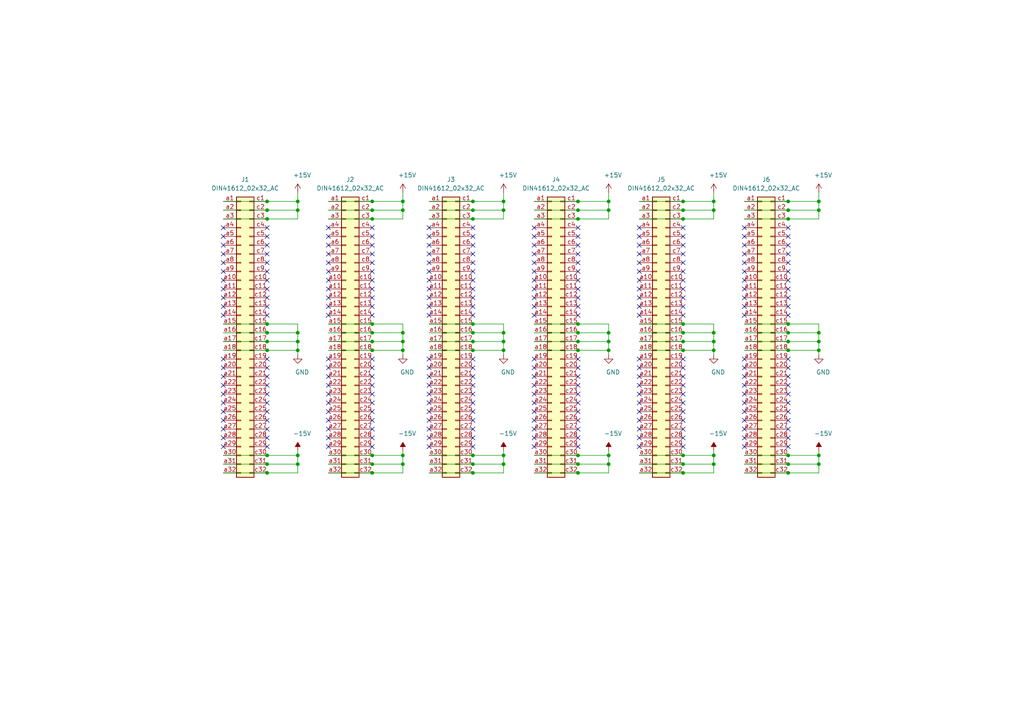
<source format=kicad_sch>
(kicad_sch (version 20230121) (generator eeschema)
  (paper "A4")
  (title_block (title "Fischer TFP DIN connector configuration") (date "2023-10-06") (rev "2.0.0") (comment 1 "Copyright (©) 2023, Patrick Baus <patrick.baus@physik.tu-darmstadt.de>") (comment 2 "Licensed under CERN OHL v.1.2"))
  (lib_symbols
    (symbol "Connector:DIN41612_02x32_AC" (pin_names (offset 1.016) hide)
      (property "Reference" "J" (at 1.27 40.64 0))
      (property "Value" "DIN41612_02x32_AC" (at 1.27 -43.18 0))
      (symbol "DIN41612_02x32_AC_1_1"
        (rectangle (start -1.27 -40.513) (end 0 -40.767) (stroke (width 0.1524)))
        (rectangle (start -1.27 -37.973) (end 0 -38.227) (stroke (width 0.1524)))
        (rectangle (start -1.27 -35.433) (end 0 -35.687) (stroke (width 0.1524)))
        (rectangle (start -1.27 -32.893) (end 0 -33.147) (stroke (width 0.1524)))
        (rectangle (start -1.27 -30.353) (end 0 -30.607) (stroke (width 0.1524)))
        (rectangle (start -1.27 -27.813) (end 0 -28.067) (stroke (width 0.1524)))
        (rectangle (start -1.27 -25.273) (end 0 -25.527) (stroke (width 0.1524)))
        (rectangle (start -1.27 -22.733) (end 0 -22.987) (stroke (width 0.1524)))
        (rectangle (start -1.27 -20.193) (end 0 -20.447) (stroke (width 0.1524)))
        (rectangle (start -1.27 -17.653) (end 0 -17.907) (stroke (width 0.1524)))
        (rectangle (start -1.27 -15.113) (end 0 -15.367) (stroke (width 0.1524)))
        (rectangle (start -1.27 -12.573) (end 0 -12.827) (stroke (width 0.1524)))
        (rectangle (start -1.27 -10.033) (end 0 -10.287) (stroke (width 0.1524)))
        (rectangle (start -1.27 -7.493) (end 0 -7.747) (stroke (width 0.1524)))
        (rectangle (start -1.27 -4.953) (end 0 -5.207) (stroke (width 0.1524)))
        (rectangle (start -1.27 -2.413) (end 0 -2.667) (stroke (width 0.1524)))
        (rectangle (start -1.27 0.127) (end 0 -0.127) (stroke (width 0.1524)))
        (rectangle (start -1.27 2.667) (end 0 2.413) (stroke (width 0.1524)))
        (rectangle (start -1.27 5.207) (end 0 4.953) (stroke (width 0.1524)))
        (rectangle (start -1.27 7.747) (end 0 7.493) (stroke (width 0.1524)))
        (rectangle (start -1.27 10.287) (end 0 10.033) (stroke (width 0.1524)))
        (rectangle (start -1.27 12.827) (end 0 12.573) (stroke (width 0.1524)))
        (rectangle (start -1.27 15.367) (end 0 15.113) (stroke (width 0.1524)))
        (rectangle (start -1.27 17.907) (end 0 17.653) (stroke (width 0.1524)))
        (rectangle (start -1.27 20.447) (end 0 20.193) (stroke (width 0.1524)))
        (rectangle (start -1.27 22.987) (end 0 22.733) (stroke (width 0.1524)))
        (rectangle (start -1.27 25.527) (end 0 25.273) (stroke (width 0.1524)))
        (rectangle (start -1.27 28.067) (end 0 27.813) (stroke (width 0.1524)))
        (rectangle (start -1.27 30.607) (end 0 30.353) (stroke (width 0.1524)))
        (rectangle (start -1.27 33.147) (end 0 32.893) (stroke (width 0.1524)))
        (rectangle (start -1.27 35.687) (end 0 35.433) (stroke (width 0.1524)))
        (rectangle (start -1.27 38.227) (end 0 37.973) (stroke (width 0.1524)))
        (rectangle (start -1.27 39.37) (end 3.81 -41.91) (stroke (width 0.254)) (fill (type background)))
        (rectangle (start 3.81 -40.513) (end 2.54 -40.767) (stroke (width 0.1524)))
        (rectangle (start 3.81 -37.973) (end 2.54 -38.227) (stroke (width 0.1524)))
        (rectangle (start 3.81 -35.433) (end 2.54 -35.687) (stroke (width 0.1524)))
        (rectangle (start 3.81 -32.893) (end 2.54 -33.147) (stroke (width 0.1524)))
        (rectangle (start 3.81 -30.353) (end 2.54 -30.607) (stroke (width 0.1524)))
        (rectangle (start 3.81 -27.813) (end 2.54 -28.067) (stroke (width 0.1524)))
        (rectangle (start 3.81 -25.273) (end 2.54 -25.527) (stroke (width 0.1524)))
        (rectangle (start 3.81 -22.733) (end 2.54 -22.987) (stroke (width 0.1524)))
        (rectangle (start 3.81 -20.193) (end 2.54 -20.447) (stroke (width 0.1524)))
        (rectangle (start 3.81 -17.653) (end 2.54 -17.907) (stroke (width 0.1524)))
        (rectangle (start 3.81 -15.113) (end 2.54 -15.367) (stroke (width 0.1524)))
        (rectangle (start 3.81 -12.573) (end 2.54 -12.827) (stroke (width 0.1524)))
        (rectangle (start 3.81 -10.033) (end 2.54 -10.287) (stroke (width 0.1524)))
        (rectangle (start 3.81 -7.493) (end 2.54 -7.747) (stroke (width 0.1524)))
        (rectangle (start 3.81 -4.953) (end 2.54 -5.207) (stroke (width 0.1524)))
        (rectangle (start 3.81 -2.413) (end 2.54 -2.667) (stroke (width 0.1524)))
        (rectangle (start 3.81 0.127) (end 2.54 -0.127) (stroke (width 0.1524)))
        (rectangle (start 3.81 2.667) (end 2.54 2.413) (stroke (width 0.1524)))
        (rectangle (start 3.81 5.207) (end 2.54 4.953) (stroke (width 0.1524)))
        (rectangle (start 3.81 7.747) (end 2.54 7.493) (stroke (width 0.1524)))
        (rectangle (start 3.81 10.287) (end 2.54 10.033) (stroke (width 0.1524)))
        (rectangle (start 3.81 12.827) (end 2.54 12.573) (stroke (width 0.1524)))
        (rectangle (start 3.81 15.367) (end 2.54 15.113) (stroke (width 0.1524)))
        (rectangle (start 3.81 17.907) (end 2.54 17.653) (stroke (width 0.1524)))
        (rectangle (start 3.81 20.447) (end 2.54 20.193) (stroke (width 0.1524)))
        (rectangle (start 3.81 22.987) (end 2.54 22.733) (stroke (width 0.1524)))
        (rectangle (start 3.81 25.527) (end 2.54 25.273) (stroke (width 0.1524)))
        (rectangle (start 3.81 28.067) (end 2.54 27.813) (stroke (width 0.1524)))
        (rectangle (start 3.81 30.607) (end 2.54 30.353) (stroke (width 0.1524)))
        (rectangle (start 3.81 33.147) (end 2.54 32.893) (stroke (width 0.1524)))
        (rectangle (start 3.81 35.687) (end 2.54 35.433) (stroke (width 0.1524)))
        (rectangle (start 3.81 38.227) (end 2.54 37.973) (stroke (width 0.1524)))
        (pin passive line (at -5.08 38.1 0) (length 3.81) (name "Pin_a1") (number "a1"))
        (pin passive line (at -5.08 15.24 0) (length 3.81) (name "Pin_a10") (number "a10"))
        (pin passive line (at -5.08 12.7 0) (length 3.81) (name "Pin_a11") (number "a11"))
        (pin passive line (at -5.08 10.16 0) (length 3.81) (name "Pin_a12") (number "a12"))
        (pin passive line (at -5.08 7.62 0) (length 3.81) (name "Pin_a13") (number "a13"))
        (pin passive line (at -5.08 5.08 0) (length 3.81) (name "Pin_a14") (number "a14"))
        (pin passive line (at -5.08 2.54 0) (length 3.81) (name "Pin_a15") (number "a15"))
        (pin passive line (at -5.08 0 0) (length 3.81) (name "Pin_a16") (number "a16"))
        (pin passive line (at -5.08 -2.54 0) (length 3.81) (name "Pin_a17") (number "a17"))
        (pin passive line (at -5.08 -5.08 0) (length 3.81) (name "Pin_a18") (number "a18"))
        (pin passive line (at -5.08 -7.62 0) (length 3.81) (name "Pin_a19") (number "a19"))
        (pin passive line (at -5.08 35.56 0) (length 3.81) (name "Pin_a2") (number "a2"))
        (pin passive line (at -5.08 -10.16 0) (length 3.81) (name "Pin_a20") (number "a20"))
        (pin passive line (at -5.08 -12.7 0) (length 3.81) (name "Pin_a21") (number "a21"))
        (pin passive line (at -5.08 -15.24 0) (length 3.81) (name "Pin_a22") (number "a22"))
        (pin passive line (at -5.08 -17.78 0) (length 3.81) (name "Pin_a23") (number "a23"))
        (pin passive line (at -5.08 -20.32 0) (length 3.81) (name "Pin_a24") (number "a24"))
        (pin passive line (at -5.08 -22.86 0) (length 3.81) (name "Pin_a25") (number "a25"))
        (pin passive line (at -5.08 -25.4 0) (length 3.81) (name "Pin_a26") (number "a26"))
        (pin passive line (at -5.08 -27.94 0) (length 3.81) (name "Pin_a27") (number "a27"))
        (pin passive line (at -5.08 -30.48 0) (length 3.81) (name "Pin_a28") (number "a28"))
        (pin passive line (at -5.08 -33.02 0) (length 3.81) (name "Pin_a29") (number "a29"))
        (pin passive line (at -5.08 33.02 0) (length 3.81) (name "Pin_a3") (number "a3"))
        (pin passive line (at -5.08 -35.56 0) (length 3.81) (name "Pin_a30") (number "a30"))
        (pin passive line (at -5.08 -38.1 0) (length 3.81) (name "Pin_a31") (number "a31"))
        (pin passive line (at -5.08 -40.64 0) (length 3.81) (name "Pin_a32") (number "a32"))
        (pin passive line (at -5.08 30.48 0) (length 3.81) (name "Pin_a4") (number "a4"))
        (pin passive line (at -5.08 27.94 0) (length 3.81) (name "Pin_a5") (number "a5"))
        (pin passive line (at -5.08 25.4 0) (length 3.81) (name "Pin_a6") (number "a6"))
        (pin passive line (at -5.08 22.86 0) (length 3.81) (name "Pin_a7") (number "a7"))
        (pin passive line (at -5.08 20.32 0) (length 3.81) (name "Pin_a8") (number "a8"))
        (pin passive line (at -5.08 17.78 0) (length 3.81) (name "Pin_a9") (number "a9"))
        (pin passive line (at 7.62 38.1 180) (length 3.81) (name "Pin_c1") (number "c1"))
        (pin passive line (at 7.62 15.24 180) (length 3.81) (name "Pin_c10") (number "c10"))
        (pin passive line (at 7.62 12.7 180) (length 3.81) (name "Pin_c11") (number "c11"))
        (pin passive line (at 7.62 10.16 180) (length 3.81) (name "Pin_c12") (number "c12"))
        (pin passive line (at 7.62 7.62 180) (length 3.81) (name "Pin_c13") (number "c13"))
        (pin passive line (at 7.62 5.08 180) (length 3.81) (name "Pin_c14") (number "c14"))
        (pin passive line (at 7.62 2.54 180) (length 3.81) (name "Pin_c15") (number "c15"))
        (pin passive line (at 7.62 0 180) (length 3.81) (name "Pin_c16") (number "c16"))
        (pin passive line (at 7.62 -2.54 180) (length 3.81) (name "Pin_c17") (number "c17"))
        (pin passive line (at 7.62 -5.08 180) (length 3.81) (name "Pin_c18") (number "c18"))
        (pin passive line (at 7.62 -7.62 180) (length 3.81) (name "Pin_c19") (number "c19"))
        (pin passive line (at 7.62 35.56 180) (length 3.81) (name "Pin_c2") (number "c2"))
        (pin passive line (at 7.62 -10.16 180) (length 3.81) (name "Pin_c20") (number "c20"))
        (pin passive line (at 7.62 -12.7 180) (length 3.81) (name "Pin_c21") (number "c21"))
        (pin passive line (at 7.62 -15.24 180) (length 3.81) (name "Pin_c22") (number "c22"))
        (pin passive line (at 7.62 -17.78 180) (length 3.81) (name "Pin_c23") (number "c23"))
        (pin passive line (at 7.62 -20.32 180) (length 3.81) (name "Pin_c24") (number "c24"))
        (pin passive line (at 7.62 -22.86 180) (length 3.81) (name "Pin_c25") (number "c25"))
        (pin passive line (at 7.62 -25.4 180) (length 3.81) (name "Pin_c26") (number "c26"))
        (pin passive line (at 7.62 -27.94 180) (length 3.81) (name "Pin_c27") (number "c27"))
        (pin passive line (at 7.62 -30.48 180) (length 3.81) (name "Pin_c28") (number "c28"))
        (pin passive line (at 7.62 -33.02 180) (length 3.81) (name "Pin_c29") (number "c29"))
        (pin passive line (at 7.62 33.02 180) (length 3.81) (name "Pin_c3") (number "c3"))
        (pin passive line (at 7.62 -35.56 180) (length 3.81) (name "Pin_c30") (number "c30"))
        (pin passive line (at 7.62 -38.1 180) (length 3.81) (name "Pin_c31") (number "c31"))
        (pin passive line (at 7.62 -40.64 180) (length 3.81) (name "Pin_c32") (number "c32"))
        (pin passive line (at 7.62 30.48 180) (length 3.81) (name "Pin_c4") (number "c4"))
        (pin passive line (at 7.62 27.94 180) (length 3.81) (name "Pin_c5") (number "c5"))
        (pin passive line (at 7.62 25.4 180) (length 3.81) (name "Pin_c6") (number "c6"))
        (pin passive line (at 7.62 22.86 180) (length 3.81) (name "Pin_c7") (number "c7"))
        (pin passive line (at 7.62 20.32 180) (length 3.81) (name "Pin_c8") (number "c8"))
        (pin passive line (at 7.62 17.78 180) (length 3.81) (name "Pin_c9") (number "c9"))
      )
    )
    (symbol "power:+15V" (power) (pin_names (offset 0))
      (property "Value" "+15V" (at 0 3.556 0))
      (symbol "+15V_0_1"
        (polyline (pts (xy -0.762 1.27) (xy 0 2.54)))
        (polyline (pts (xy 0 0) (xy 0 2.54)))
        (polyline (pts (xy 0 2.54) (xy 0.762 1.27)))
      )
      (symbol "+15V_1_1"
        (pin power_in line (at 0 0 90) (length 0) hide (name "+15V") (number "1"))
      )
    )
    (symbol "power:-15V" (power) (pin_names (offset 0))
      (property "Value" "-15V" (at 0 3.81 0))
      (symbol "-15V_0_0"
        (pin power_in line (at 0 0 90) (length 0) hide (name "-15V") (number "1"))
      )
      (symbol "-15V_0_1"
        (polyline (pts (xy 0 0) (xy 0 1.27) (xy 0.762 1.27) (xy 0 2.54) (xy -0.762 1.27) (xy 0 1.27)) (fill (type outline)))
      )
    )
    (symbol "power:GND" (power) (pin_names (offset 0))
      (property "Value" "GND" (at 0 -3.81 0))
      (symbol "GND_0_1"
        (polyline (pts (xy 0 0) (xy 0 -1.27) (xy 1.27 -1.27) (xy 0 -2.54) (xy -1.27 -1.27) (xy 0 -1.27)))
      )
      (symbol "GND_1_1"
        (pin power_in line (at 0 0 270) (length 0) hide (name "GND") (number "1"))
      )
    )
  )
  (junction (at 228.6 63.5))
  (junction (at 107.95 99.06))
  (junction (at 107.95 132.08))
  (junction (at 107.95 63.5))
  (junction (at 167.64 93.98))
  (junction (at 176.53 132.08))
  (junction (at 198.12 60.96))
  (junction (at 107.95 96.52))
  (junction (at 167.64 137.16))
  (junction (at 146.05 101.6))
  (junction (at 146.05 134.62))
  (junction (at 116.84 96.52))
  (junction (at 116.84 132.08))
  (junction (at 146.05 58.42))
  (junction (at 77.47 63.5))
  (junction (at 86.36 134.62))
  (junction (at 198.12 93.98))
  (junction (at 237.49 96.52))
  (junction (at 237.49 101.6))
  (junction (at 228.6 134.62))
  (junction (at 207.01 134.62))
  (junction (at 86.36 96.52))
  (junction (at 167.64 58.42))
  (junction (at 176.53 134.62))
  (junction (at 176.53 58.42))
  (junction (at 146.05 96.52))
  (junction (at 116.84 60.96))
  (junction (at 77.47 96.52))
  (junction (at 207.01 96.52))
  (junction (at 77.47 137.16))
  (junction (at 207.01 60.96))
  (junction (at 86.36 58.42))
  (junction (at 228.6 93.98))
  (junction (at 116.84 134.62))
  (junction (at 107.95 58.42))
  (junction (at 137.16 137.16))
  (junction (at 77.47 134.62))
  (junction (at 137.16 93.98))
  (junction (at 86.36 60.96))
  (junction (at 77.47 101.6))
  (junction (at 146.05 60.96))
  (junction (at 167.64 132.08))
  (junction (at 167.64 96.52))
  (junction (at 77.47 58.42))
  (junction (at 198.12 96.52))
  (junction (at 137.16 99.06))
  (junction (at 167.64 134.62))
  (junction (at 176.53 96.52))
  (junction (at 86.36 99.06))
  (junction (at 116.84 58.42))
  (junction (at 167.64 99.06))
  (junction (at 207.01 99.06))
  (junction (at 137.16 101.6))
  (junction (at 237.49 132.08))
  (junction (at 228.6 137.16))
  (junction (at 107.95 60.96))
  (junction (at 228.6 101.6))
  (junction (at 198.12 58.42))
  (junction (at 107.95 137.16))
  (junction (at 198.12 99.06))
  (junction (at 167.64 101.6))
  (junction (at 207.01 101.6))
  (junction (at 137.16 60.96))
  (junction (at 86.36 101.6))
  (junction (at 107.95 93.98))
  (junction (at 237.49 99.06))
  (junction (at 137.16 134.62))
  (junction (at 228.6 132.08))
  (junction (at 237.49 58.42))
  (junction (at 237.49 60.96))
  (junction (at 137.16 63.5))
  (junction (at 137.16 132.08))
  (junction (at 167.64 60.96))
  (junction (at 237.49 134.62))
  (junction (at 137.16 58.42))
  (junction (at 176.53 101.6))
  (junction (at 137.16 96.52))
  (junction (at 228.6 60.96))
  (junction (at 207.01 132.08))
  (junction (at 77.47 93.98))
  (junction (at 167.64 63.5))
  (junction (at 198.12 137.16))
  (junction (at 198.12 132.08))
  (junction (at 198.12 101.6))
  (junction (at 228.6 58.42))
  (junction (at 77.47 99.06))
  (junction (at 146.05 132.08))
  (junction (at 176.53 99.06))
  (junction (at 116.84 99.06))
  (junction (at 207.01 58.42))
  (junction (at 107.95 101.6))
  (junction (at 146.05 99.06))
  (junction (at 176.53 60.96))
  (junction (at 77.47 132.08))
  (junction (at 198.12 134.62))
  (junction (at 86.36 132.08))
  (junction (at 198.12 63.5))
  (junction (at 107.95 134.62))
  (junction (at 228.6 99.06))
  (junction (at 228.6 96.52))
  (junction (at 116.84 101.6))
  (junction (at 77.47 60.96))
  (no_connect (at 64.77 88.9))
  (no_connect (at 137.16 88.9))
  (no_connect (at 64.77 109.22))
  (no_connect (at 167.64 81.28))
  (no_connect (at 124.46 111.76))
  (no_connect (at 167.64 71.12))
  (no_connect (at 64.77 111.76))
  (no_connect (at 77.47 109.22))
  (no_connect (at 228.6 73.66))
  (no_connect (at 64.77 68.58))
  (no_connect (at 77.47 68.58))
  (no_connect (at 107.95 129.54))
  (no_connect (at 77.47 71.12))
  (no_connect (at 64.77 81.28))
  (no_connect (at 137.16 81.28))
  (no_connect (at 137.16 121.92))
  (no_connect (at 215.9 66.04))
  (no_connect (at 228.6 106.68))
  (no_connect (at 64.77 121.92))
  (no_connect (at 167.64 129.54))
  (no_connect (at 215.9 119.38))
  (no_connect (at 185.42 83.82))
  (no_connect (at 154.94 104.14))
  (no_connect (at 107.95 76.2))
  (no_connect (at 95.25 119.38))
  (no_connect (at 185.42 109.22))
  (no_connect (at 198.12 88.9))
  (no_connect (at 154.94 71.12))
  (no_connect (at 107.95 116.84))
  (no_connect (at 77.47 83.82))
  (no_connect (at 137.16 119.38))
  (no_connect (at 185.42 127))
  (no_connect (at 64.77 76.2))
  (no_connect (at 107.95 71.12))
  (no_connect (at 185.42 106.68))
  (no_connect (at 137.16 78.74))
  (no_connect (at 95.25 68.58))
  (no_connect (at 154.94 114.3))
  (no_connect (at 95.25 66.04))
  (no_connect (at 198.12 83.82))
  (no_connect (at 167.64 116.84))
  (no_connect (at 215.9 127))
  (no_connect (at 228.6 129.54))
  (no_connect (at 198.12 129.54))
  (no_connect (at 124.46 114.3))
  (no_connect (at 215.9 68.58))
  (no_connect (at 95.25 91.44))
  (no_connect (at 95.25 114.3))
  (no_connect (at 228.6 91.44))
  (no_connect (at 64.77 78.74))
  (no_connect (at 215.9 86.36))
  (no_connect (at 185.42 81.28))
  (no_connect (at 167.64 111.76))
  (no_connect (at 77.47 86.36))
  (no_connect (at 77.47 91.44))
  (no_connect (at 95.25 88.9))
  (no_connect (at 107.95 86.36))
  (no_connect (at 107.95 81.28))
  (no_connect (at 198.12 73.66))
  (no_connect (at 228.6 83.82))
  (no_connect (at 95.25 81.28))
  (no_connect (at 167.64 106.68))
  (no_connect (at 95.25 106.68))
  (no_connect (at 228.6 124.46))
  (no_connect (at 124.46 71.12))
  (no_connect (at 137.16 86.36))
  (no_connect (at 228.6 119.38))
  (no_connect (at 64.77 114.3))
  (no_connect (at 77.47 81.28))
  (no_connect (at 198.12 119.38))
  (no_connect (at 198.12 121.92))
  (no_connect (at 77.47 76.2))
  (no_connect (at 215.9 109.22))
  (no_connect (at 137.16 66.04))
  (no_connect (at 198.12 114.3))
  (no_connect (at 77.47 111.76))
  (no_connect (at 107.95 109.22))
  (no_connect (at 95.25 78.74))
  (no_connect (at 154.94 88.9))
  (no_connect (at 185.42 71.12))
  (no_connect (at 95.25 73.66))
  (no_connect (at 124.46 121.92))
  (no_connect (at 107.95 114.3))
  (no_connect (at 124.46 127))
  (no_connect (at 77.47 119.38))
  (no_connect (at 198.12 104.14))
  (no_connect (at 154.94 111.76))
  (no_connect (at 137.16 71.12))
  (no_connect (at 167.64 76.2))
  (no_connect (at 107.95 91.44))
  (no_connect (at 185.42 76.2))
  (no_connect (at 124.46 119.38))
  (no_connect (at 185.42 119.38))
  (no_connect (at 64.77 129.54))
  (no_connect (at 167.64 104.14))
  (no_connect (at 137.16 116.84))
  (no_connect (at 107.95 104.14))
  (no_connect (at 124.46 124.46))
  (no_connect (at 154.94 106.68))
  (no_connect (at 107.95 106.68))
  (no_connect (at 198.12 109.22))
  (no_connect (at 167.64 114.3))
  (no_connect (at 124.46 104.14))
  (no_connect (at 137.16 106.68))
  (no_connect (at 167.64 109.22))
  (no_connect (at 185.42 104.14))
  (no_connect (at 95.25 124.46))
  (no_connect (at 185.42 124.46))
  (no_connect (at 95.25 71.12))
  (no_connect (at 228.6 76.2))
  (no_connect (at 167.64 86.36))
  (no_connect (at 124.46 116.84))
  (no_connect (at 198.12 68.58))
  (no_connect (at 64.77 116.84))
  (no_connect (at 137.16 127))
  (no_connect (at 185.42 73.66))
  (no_connect (at 95.25 104.14))
  (no_connect (at 154.94 68.58))
  (no_connect (at 107.95 68.58))
  (no_connect (at 228.6 71.12))
  (no_connect (at 64.77 106.68))
  (no_connect (at 64.77 71.12))
  (no_connect (at 77.47 114.3))
  (no_connect (at 107.95 119.38))
  (no_connect (at 167.64 78.74))
  (no_connect (at 124.46 88.9))
  (no_connect (at 198.12 66.04))
  (no_connect (at 167.64 83.82))
  (no_connect (at 77.47 88.9))
  (no_connect (at 215.9 106.68))
  (no_connect (at 95.25 76.2))
  (no_connect (at 64.77 73.66))
  (no_connect (at 167.64 91.44))
  (no_connect (at 228.6 78.74))
  (no_connect (at 198.12 106.68))
  (no_connect (at 215.9 71.12))
  (no_connect (at 154.94 76.2))
  (no_connect (at 137.16 104.14))
  (no_connect (at 124.46 106.68))
  (no_connect (at 154.94 109.22))
  (no_connect (at 77.47 116.84))
  (no_connect (at 77.47 73.66))
  (no_connect (at 95.25 83.82))
  (no_connect (at 167.64 119.38))
  (no_connect (at 77.47 124.46))
  (no_connect (at 198.12 78.74))
  (no_connect (at 154.94 127))
  (no_connect (at 137.16 83.82))
  (no_connect (at 95.25 121.92))
  (no_connect (at 124.46 66.04))
  (no_connect (at 215.9 114.3))
  (no_connect (at 137.16 114.3))
  (no_connect (at 95.25 109.22))
  (no_connect (at 167.64 68.58))
  (no_connect (at 95.25 111.76))
  (no_connect (at 64.77 127))
  (no_connect (at 64.77 119.38))
  (no_connect (at 77.47 129.54))
  (no_connect (at 124.46 78.74))
  (no_connect (at 124.46 91.44))
  (no_connect (at 215.9 129.54))
  (no_connect (at 154.94 129.54))
  (no_connect (at 77.47 66.04))
  (no_connect (at 107.95 88.9))
  (no_connect (at 185.42 121.92))
  (no_connect (at 137.16 109.22))
  (no_connect (at 124.46 129.54))
  (no_connect (at 137.16 76.2))
  (no_connect (at 95.25 86.36))
  (no_connect (at 215.9 76.2))
  (no_connect (at 215.9 81.28))
  (no_connect (at 124.46 81.28))
  (no_connect (at 185.42 129.54))
  (no_connect (at 215.9 124.46))
  (no_connect (at 107.95 66.04))
  (no_connect (at 95.25 116.84))
  (no_connect (at 167.64 66.04))
  (no_connect (at 124.46 109.22))
  (no_connect (at 198.12 86.36))
  (no_connect (at 137.16 68.58))
  (no_connect (at 215.9 104.14))
  (no_connect (at 154.94 66.04))
  (no_connect (at 215.9 83.82))
  (no_connect (at 185.42 114.3))
  (no_connect (at 215.9 73.66))
  (no_connect (at 107.95 78.74))
  (no_connect (at 124.46 76.2))
  (no_connect (at 107.95 83.82))
  (no_connect (at 215.9 121.92))
  (no_connect (at 107.95 73.66))
  (no_connect (at 185.42 116.84))
  (no_connect (at 77.47 127))
  (no_connect (at 215.9 88.9))
  (no_connect (at 124.46 86.36))
  (no_connect (at 167.64 88.9))
  (no_connect (at 228.6 111.76))
  (no_connect (at 154.94 73.66))
  (no_connect (at 77.47 121.92))
  (no_connect (at 185.42 78.74))
  (no_connect (at 167.64 73.66))
  (no_connect (at 95.25 129.54))
  (no_connect (at 77.47 78.74))
  (no_connect (at 228.6 127))
  (no_connect (at 95.25 127))
  (no_connect (at 154.94 116.84))
  (no_connect (at 154.94 119.38))
  (no_connect (at 64.77 83.82))
  (no_connect (at 215.9 78.74))
  (no_connect (at 77.47 104.14))
  (no_connect (at 185.42 91.44))
  (no_connect (at 137.16 111.76))
  (no_connect (at 64.77 104.14))
  (no_connect (at 215.9 91.44))
  (no_connect (at 198.12 116.84))
  (no_connect (at 124.46 68.58))
  (no_connect (at 228.6 68.58))
  (no_connect (at 185.42 66.04))
  (no_connect (at 185.42 68.58))
  (no_connect (at 137.16 124.46))
  (no_connect (at 77.47 106.68))
  (no_connect (at 167.64 121.92))
  (no_connect (at 137.16 129.54))
  (no_connect (at 154.94 124.46))
  (no_connect (at 167.64 124.46))
  (no_connect (at 215.9 116.84))
  (no_connect (at 154.94 81.28))
  (no_connect (at 228.6 109.22))
  (no_connect (at 228.6 88.9))
  (no_connect (at 198.12 81.28))
  (no_connect (at 185.42 111.76))
  (no_connect (at 198.12 91.44))
  (no_connect (at 228.6 114.3))
  (no_connect (at 154.94 91.44))
  (no_connect (at 228.6 121.92))
  (no_connect (at 64.77 86.36))
  (no_connect (at 228.6 104.14))
  (no_connect (at 228.6 81.28))
  (no_connect (at 137.16 73.66))
  (no_connect (at 64.77 91.44))
  (no_connect (at 64.77 66.04))
  (no_connect (at 64.77 124.46))
  (no_connect (at 154.94 121.92))
  (no_connect (at 228.6 116.84))
  (no_connect (at 198.12 76.2))
  (no_connect (at 107.95 111.76))
  (no_connect (at 124.46 83.82))
  (no_connect (at 137.16 91.44))
  (no_connect (at 198.12 71.12))
  (no_connect (at 228.6 86.36))
  (no_connect (at 185.42 88.9))
  (no_connect (at 154.94 86.36))
  (no_connect (at 198.12 127))
  (no_connect (at 185.42 86.36))
  (no_connect (at 167.64 127))
  (no_connect (at 228.6 66.04))
  (no_connect (at 154.94 78.74))
  (no_connect (at 215.9 111.76))
  (no_connect (at 124.46 73.66))
  (no_connect (at 198.12 111.76))
  (no_connect (at 107.95 121.92))
  (no_connect (at 154.94 83.82))
  (no_connect (at 107.95 124.46))
  (no_connect (at 107.95 127))
  (no_connect (at 198.12 124.46))
  (wire (pts (xy 146.05 130.81) (xy 146.05 132.08)))
  (wire (pts (xy 146.05 96.52) (xy 146.05 99.06)))
  (wire (pts (xy 137.16 60.96) (xy 146.05 60.96)))
  (wire (pts (xy 176.53 134.62) (xy 176.53 137.16)))
  (wire (pts (xy 185.42 60.96) (xy 198.12 60.96)))
  (wire (pts (xy 107.95 134.62) (xy 116.84 134.62)))
  (wire (pts (xy 176.53 60.96) (xy 176.53 63.5)))
  (wire (pts (xy 64.77 134.62) (xy 77.47 134.62)))
  (wire (pts (xy 124.46 137.16) (xy 137.16 137.16)))
  (wire (pts (xy 207.01 101.6) (xy 207.01 102.87)))
  (wire (pts (xy 237.49 60.96) (xy 237.49 63.5)))
  (wire (pts (xy 176.53 132.08) (xy 176.53 134.62)))
  (wire (pts (xy 146.05 93.98) (xy 146.05 96.52)))
  (wire (pts (xy 124.46 63.5) (xy 137.16 63.5)))
  (wire (pts (xy 215.9 63.5) (xy 228.6 63.5)))
  (wire (pts (xy 124.46 134.62) (xy 137.16 134.62)))
  (wire (pts (xy 207.01 130.81) (xy 207.01 132.08)))
  (wire (pts (xy 116.84 99.06) (xy 116.84 101.6)))
  (wire (pts (xy 64.77 58.42) (xy 77.47 58.42)))
  (wire (pts (xy 185.42 132.08) (xy 198.12 132.08)))
  (wire (pts (xy 95.25 99.06) (xy 107.95 99.06)))
  (wire (pts (xy 167.64 93.98) (xy 176.53 93.98)))
  (wire (pts (xy 137.16 134.62) (xy 146.05 134.62)))
  (wire (pts (xy 86.36 132.08) (xy 86.36 134.62)))
  (wire (pts (xy 228.6 101.6) (xy 237.49 101.6)))
  (wire (pts (xy 228.6 96.52) (xy 237.49 96.52)))
  (wire (pts (xy 154.94 101.6) (xy 167.64 101.6)))
  (wire (pts (xy 237.49 132.08) (xy 237.49 134.62)))
  (wire (pts (xy 215.9 93.98) (xy 228.6 93.98)))
  (wire (pts (xy 86.36 99.06) (xy 86.36 101.6)))
  (wire (pts (xy 167.64 137.16) (xy 176.53 137.16)))
  (wire (pts (xy 124.46 60.96) (xy 137.16 60.96)))
  (wire (pts (xy 64.77 137.16) (xy 77.47 137.16)))
  (wire (pts (xy 198.12 101.6) (xy 207.01 101.6)))
  (wire (pts (xy 124.46 99.06) (xy 137.16 99.06)))
  (wire (pts (xy 237.49 130.81) (xy 237.49 132.08)))
  (wire (pts (xy 137.16 132.08) (xy 146.05 132.08)))
  (wire (pts (xy 215.9 134.62) (xy 228.6 134.62)))
  (wire (pts (xy 176.53 96.52) (xy 176.53 99.06)))
  (wire (pts (xy 116.84 93.98) (xy 116.84 96.52)))
  (wire (pts (xy 198.12 58.42) (xy 207.01 58.42)))
  (wire (pts (xy 77.47 58.42) (xy 86.36 58.42)))
  (wire (pts (xy 95.25 132.08) (xy 107.95 132.08)))
  (wire (pts (xy 185.42 137.16) (xy 198.12 137.16)))
  (wire (pts (xy 237.49 93.98) (xy 237.49 96.52)))
  (wire (pts (xy 237.49 99.06) (xy 237.49 101.6)))
  (wire (pts (xy 154.94 63.5) (xy 167.64 63.5)))
  (wire (pts (xy 215.9 137.16) (xy 228.6 137.16)))
  (wire (pts (xy 64.77 63.5) (xy 77.47 63.5)))
  (wire (pts (xy 215.9 99.06) (xy 228.6 99.06)))
  (wire (pts (xy 167.64 58.42) (xy 176.53 58.42)))
  (wire (pts (xy 198.12 134.62) (xy 207.01 134.62)))
  (wire (pts (xy 77.47 132.08) (xy 86.36 132.08)))
  (wire (pts (xy 198.12 63.5) (xy 207.01 63.5)))
  (wire (pts (xy 185.42 63.5) (xy 198.12 63.5)))
  (wire (pts (xy 124.46 58.42) (xy 137.16 58.42)))
  (wire (pts (xy 237.49 96.52) (xy 237.49 99.06)))
  (wire (pts (xy 237.49 101.6) (xy 237.49 102.87)))
  (wire (pts (xy 228.6 58.42) (xy 237.49 58.42)))
  (wire (pts (xy 137.16 93.98) (xy 146.05 93.98)))
  (wire (pts (xy 198.12 60.96) (xy 207.01 60.96)))
  (wire (pts (xy 107.95 132.08) (xy 116.84 132.08)))
  (wire (pts (xy 64.77 101.6) (xy 77.47 101.6)))
  (wire (pts (xy 154.94 58.42) (xy 167.64 58.42)))
  (wire (pts (xy 95.25 63.5) (xy 107.95 63.5)))
  (wire (pts (xy 215.9 60.96) (xy 228.6 60.96)))
  (wire (pts (xy 116.84 132.08) (xy 116.84 134.62)))
  (wire (pts (xy 185.42 96.52) (xy 198.12 96.52)))
  (wire (pts (xy 116.84 134.62) (xy 116.84 137.16)))
  (wire (pts (xy 146.05 99.06) (xy 146.05 101.6)))
  (wire (pts (xy 77.47 99.06) (xy 86.36 99.06)))
  (wire (pts (xy 124.46 93.98) (xy 137.16 93.98)))
  (wire (pts (xy 167.64 96.52) (xy 176.53 96.52)))
  (wire (pts (xy 86.36 58.42) (xy 86.36 60.96)))
  (wire (pts (xy 146.05 60.96) (xy 146.05 63.5)))
  (wire (pts (xy 154.94 96.52) (xy 167.64 96.52)))
  (wire (pts (xy 237.49 134.62) (xy 237.49 137.16)))
  (wire (pts (xy 228.6 137.16) (xy 237.49 137.16)))
  (wire (pts (xy 77.47 93.98) (xy 86.36 93.98)))
  (wire (pts (xy 146.05 134.62) (xy 146.05 137.16)))
  (wire (pts (xy 116.84 60.96) (xy 116.84 63.5)))
  (wire (pts (xy 198.12 99.06) (xy 207.01 99.06)))
  (wire (pts (xy 215.9 96.52) (xy 228.6 96.52)))
  (wire (pts (xy 167.64 63.5) (xy 176.53 63.5)))
  (wire (pts (xy 228.6 60.96) (xy 237.49 60.96)))
  (wire (pts (xy 95.25 101.6) (xy 107.95 101.6)))
  (wire (pts (xy 116.84 130.81) (xy 116.84 132.08)))
  (wire (pts (xy 77.47 96.52) (xy 86.36 96.52)))
  (wire (pts (xy 215.9 58.42) (xy 228.6 58.42)))
  (wire (pts (xy 107.95 60.96) (xy 116.84 60.96)))
  (wire (pts (xy 185.42 134.62) (xy 198.12 134.62)))
  (wire (pts (xy 198.12 137.16) (xy 207.01 137.16)))
  (wire (pts (xy 207.01 96.52) (xy 207.01 99.06)))
  (wire (pts (xy 154.94 99.06) (xy 167.64 99.06)))
  (wire (pts (xy 64.77 132.08) (xy 77.47 132.08)))
  (wire (pts (xy 146.05 58.42) (xy 146.05 60.96)))
  (wire (pts (xy 95.25 93.98) (xy 107.95 93.98)))
  (wire (pts (xy 95.25 96.52) (xy 107.95 96.52)))
  (wire (pts (xy 77.47 60.96) (xy 86.36 60.96)))
  (wire (pts (xy 176.53 93.98) (xy 176.53 96.52)))
  (wire (pts (xy 176.53 130.81) (xy 176.53 132.08)))
  (wire (pts (xy 137.16 63.5) (xy 146.05 63.5)))
  (wire (pts (xy 95.25 60.96) (xy 107.95 60.96)))
  (wire (pts (xy 207.01 58.42) (xy 207.01 60.96)))
  (wire (pts (xy 95.25 137.16) (xy 107.95 137.16)))
  (wire (pts (xy 228.6 99.06) (xy 237.49 99.06)))
  (wire (pts (xy 107.95 93.98) (xy 116.84 93.98)))
  (wire (pts (xy 228.6 132.08) (xy 237.49 132.08)))
  (wire (pts (xy 167.64 134.62) (xy 176.53 134.62)))
  (wire (pts (xy 86.36 130.81) (xy 86.36 132.08)))
  (wire (pts (xy 107.95 137.16) (xy 116.84 137.16)))
  (wire (pts (xy 185.42 99.06) (xy 198.12 99.06)))
  (wire (pts (xy 137.16 58.42) (xy 146.05 58.42)))
  (wire (pts (xy 176.53 99.06) (xy 176.53 101.6)))
  (wire (pts (xy 185.42 101.6) (xy 198.12 101.6)))
  (wire (pts (xy 228.6 93.98) (xy 237.49 93.98)))
  (wire (pts (xy 146.05 132.08) (xy 146.05 134.62)))
  (wire (pts (xy 95.25 134.62) (xy 107.95 134.62)))
  (wire (pts (xy 237.49 58.42) (xy 237.49 60.96)))
  (wire (pts (xy 176.53 58.42) (xy 176.53 60.96)))
  (wire (pts (xy 137.16 101.6) (xy 146.05 101.6)))
  (wire (pts (xy 124.46 101.6) (xy 137.16 101.6)))
  (wire (pts (xy 86.36 134.62) (xy 86.36 137.16)))
  (wire (pts (xy 185.42 93.98) (xy 198.12 93.98)))
  (wire (pts (xy 116.84 55.88) (xy 116.84 58.42)))
  (wire (pts (xy 207.01 132.08) (xy 207.01 134.62)))
  (wire (pts (xy 228.6 63.5) (xy 237.49 63.5)))
  (wire (pts (xy 228.6 134.62) (xy 237.49 134.62)))
  (wire (pts (xy 77.47 134.62) (xy 86.36 134.62)))
  (wire (pts (xy 107.95 63.5) (xy 116.84 63.5)))
  (wire (pts (xy 124.46 132.08) (xy 137.16 132.08)))
  (wire (pts (xy 77.47 101.6) (xy 86.36 101.6)))
  (wire (pts (xy 207.01 60.96) (xy 207.01 63.5)))
  (wire (pts (xy 154.94 132.08) (xy 167.64 132.08)))
  (wire (pts (xy 137.16 96.52) (xy 146.05 96.52)))
  (wire (pts (xy 116.84 58.42) (xy 116.84 60.96)))
  (wire (pts (xy 207.01 93.98) (xy 207.01 96.52)))
  (wire (pts (xy 154.94 93.98) (xy 167.64 93.98)))
  (wire (pts (xy 64.77 60.96) (xy 77.47 60.96)))
  (wire (pts (xy 198.12 93.98) (xy 207.01 93.98)))
  (wire (pts (xy 146.05 55.88) (xy 146.05 58.42)))
  (wire (pts (xy 215.9 132.08) (xy 228.6 132.08)))
  (wire (pts (xy 86.36 93.98) (xy 86.36 96.52)))
  (wire (pts (xy 176.53 101.6) (xy 176.53 102.87)))
  (wire (pts (xy 86.36 55.88) (xy 86.36 58.42)))
  (wire (pts (xy 207.01 99.06) (xy 207.01 101.6)))
  (wire (pts (xy 167.64 132.08) (xy 176.53 132.08)))
  (wire (pts (xy 185.42 58.42) (xy 198.12 58.42)))
  (wire (pts (xy 154.94 134.62) (xy 167.64 134.62)))
  (wire (pts (xy 207.01 134.62) (xy 207.01 137.16)))
  (wire (pts (xy 64.77 96.52) (xy 77.47 96.52)))
  (wire (pts (xy 167.64 99.06) (xy 176.53 99.06)))
  (wire (pts (xy 64.77 93.98) (xy 77.47 93.98)))
  (wire (pts (xy 154.94 137.16) (xy 167.64 137.16)))
  (wire (pts (xy 86.36 101.6) (xy 86.36 102.87)))
  (wire (pts (xy 215.9 101.6) (xy 228.6 101.6)))
  (wire (pts (xy 176.53 55.88) (xy 176.53 58.42)))
  (wire (pts (xy 64.77 99.06) (xy 77.47 99.06)))
  (wire (pts (xy 154.94 60.96) (xy 167.64 60.96)))
  (wire (pts (xy 107.95 99.06) (xy 116.84 99.06)))
  (wire (pts (xy 107.95 101.6) (xy 116.84 101.6)))
  (wire (pts (xy 86.36 96.52) (xy 86.36 99.06)))
  (wire (pts (xy 116.84 101.6) (xy 116.84 102.87)))
  (wire (pts (xy 86.36 60.96) (xy 86.36 63.5)))
  (wire (pts (xy 198.12 132.08) (xy 207.01 132.08)))
  (wire (pts (xy 167.64 60.96) (xy 176.53 60.96)))
  (wire (pts (xy 116.84 96.52) (xy 116.84 99.06)))
  (wire (pts (xy 95.25 58.42) (xy 107.95 58.42)))
  (wire (pts (xy 137.16 137.16) (xy 146.05 137.16)))
  (wire (pts (xy 77.47 63.5) (xy 86.36 63.5)))
  (wire (pts (xy 237.49 55.88) (xy 237.49 58.42)))
  (wire (pts (xy 107.95 96.52) (xy 116.84 96.52)))
  (wire (pts (xy 124.46 96.52) (xy 137.16 96.52)))
  (wire (pts (xy 107.95 58.42) (xy 116.84 58.42)))
  (wire (pts (xy 167.64 101.6) (xy 176.53 101.6)))
  (wire (pts (xy 207.01 55.88) (xy 207.01 58.42)))
  (wire (pts (xy 146.05 101.6) (xy 146.05 102.87)))
  (wire (pts (xy 198.12 96.52) (xy 207.01 96.52)))
  (wire (pts (xy 137.16 99.06) (xy 146.05 99.06)))
  (wire (pts (xy 77.47 137.16) (xy 86.36 137.16)))
  (symbol (lib_id "Connector:DIN41612_02x32_AC") (at 160.02 96.52 0) (unit 1)
    (property "Reference" "J4" (at 161.29 52.07 0))
    (property "Value" "DIN41612_02x32_AC" (at 161.29 54.61 0))
    (property "Footprint" "Connector_DIN:DIN41612_C_2x32_Female_Vertical_THT" (effects hide))
    (property "Alternative" "Harting 09032646824" (effects hide))
    (property "MFN" "ept" (effects hide))
    (property "Note" "Use performance class 1 (500 mating cycles) or 2 (400 mating cycles), Pin length 2.9mm to 3.4 max" (effects hide))
    (property "PN" "304-40054-01" (effects hide))
    (property "Temperature" "Tstorage = –55 °C to 125 °C" (effects hide))
    (property "RoHS" "Yes" (effects hide))
    (property "Config" "-HBME,+TFP" (effects hide))
    (property "digikey#" "1195-1175-ND" (effects hide))
    (property "mouser#" "617-09-03-264-6825" (effects hide))
    (property "variant" "TFP" (effects hide))
    (instances (project "main" (path "" (reference "J4") (unit 1)) (path "" (reference "J8") (unit 1))))
  )
  (symbol (lib_id "power:GND") (at 116.84 102.87 0) (unit 1)
    (property "Reference" "#PWR02" (effects hide))
    (property "Value" "GND" (at 118.11 107.95 0))
    (instances (project "main" (path "" (reference "#PWR02") (unit 1)) (path "" (reference "#PWR049") (unit 1))))
  )
  (symbol (lib_id "power:GND") (at 176.53 102.87 0) (unit 1)
    (property "Reference" "#PWR08" (effects hide))
    (property "Value" "GND" (at 177.8 107.95 0))
    (instances (project "main" (path "" (reference "#PWR08") (unit 1)) (path "" (reference "#PWR055") (unit 1))))
  )
  (symbol (lib_id "Connector:DIN41612_02x32_AC") (at 69.85 96.52 0) (unit 1)
    (property "Reference" "J1" (at 71.12 52.07 0))
    (property "Value" "DIN41612_02x32_AC" (at 71.12 54.61 0))
    (property "Footprint" "Connector_DIN:DIN41612_C_2x32_Female_Vertical_THT" (effects hide))
    (property "Alternative" "Harting 09032646824" (effects hide))
    (property "MFN" "ept" (effects hide))
    (property "Note" "Use performance class 1 (500 mating cycles) or 2 (400 mating cycles), Pin length 2.9mm to 3.4 max" (effects hide))
    (property "PN" "304-40054-01" (effects hide))
    (property "Temperature" "Tstorage = –55 °C to 125 °C" (effects hide))
    (property "RoHS" "Yes" (effects hide))
    (property "Config" "-HBME,+TFP" (effects hide))
    (property "digikey#" "1195-1175-ND" (effects hide))
    (property "mouser#" "617-09-03-264-6825" (effects hide))
    (property "variant" "TFP" (effects hide))
    (instances (project "main" (path "" (reference "J1") (unit 1)) (path "" (reference "J2") (unit 1))))
  )
  (symbol (lib_id "power:+15V") (at 176.53 55.88 0) (unit 1)
    (property "Reference" "#PWR07" (effects hide))
    (property "Value" "+15V" (at 177.8 50.8 0))
    (instances (project "main" (path "" (reference "#PWR07") (unit 1)) (path "" (reference "#PWR054") (unit 1))))
  )
  (symbol (lib_id "power:GND") (at 207.01 102.87 0) (unit 1)
    (property "Reference" "#PWR011" (effects hide))
    (property "Value" "GND" (at 208.28 107.95 0))
    (instances (project "main" (path "" (reference "#PWR011") (unit 1)) (path "" (reference "#PWR058") (unit 1))))
  )
  (symbol (lib_id "power:-15V") (at 86.36 130.81 0) (unit 1)
    (property "Reference" "#PWR047" (effects hide))
    (property "Value" "-15V" (at 87.63 125.73 0))
    (instances (project "main" (path "" (reference "#PWR047") (unit 1)) (path "" (reference "#PWR018") (unit 1))))
  )
  (symbol (lib_id "Connector:DIN41612_02x32_AC") (at 190.5 96.52 0) (unit 1)
    (property "Reference" "J5" (at 191.77 52.07 0))
    (property "Value" "DIN41612_02x32_AC" (at 191.77 54.61 0))
    (property "Footprint" "Connector_DIN:DIN41612_C_2x32_Female_Vertical_THT" (effects hide))
    (property "Alternative" "Harting 09032646824" (effects hide))
    (property "MFN" "ept" (effects hide))
    (property "Note" "Use performance class 1 (500 mating cycles) or 2 (400 mating cycles), Pin length 2.9mm to 3.4 max" (effects hide))
    (property "PN" "304-40054-01" (effects hide))
    (property "Temperature" "Tstorage = –55 °C to 125 °C" (effects hide))
    (property "RoHS" "Yes" (effects hide))
    (property "Config" "-HBME,+TFP" (effects hide))
    (property "digikey#" "1195-1175-ND" (effects hide))
    (property "mouser#" "617-09-03-264-6825" (effects hide))
    (property "variant" "TFP" (effects hide))
    (instances (project "main" (path "" (reference "J5") (unit 1)) (path "" (reference "J10") (unit 1))))
  )
  (symbol (lib_id "power:GND") (at 86.36 102.87 0) (unit 1)
    (property "Reference" "#PWR032" (effects hide))
    (property "Value" "GND" (at 87.63 107.95 0))
    (instances (project "main" (path "" (reference "#PWR032") (unit 1)) (path "" (reference "#PWR017") (unit 1))))
  )
  (symbol (lib_id "power:-15V") (at 146.05 130.81 0) (unit 1)
    (property "Reference" "#PWR06" (effects hide))
    (property "Value" "-15V" (at 147.32 125.73 0))
    (instances (project "main" (path "" (reference "#PWR06") (unit 1)) (path "" (reference "#PWR053") (unit 1))))
  )
  (symbol (lib_id "power:-15V") (at 207.01 130.81 0) (unit 1)
    (property "Reference" "#PWR012" (effects hide))
    (property "Value" "-15V" (at 208.28 125.73 0))
    (instances (project "main" (path "" (reference "#PWR012") (unit 1)) (path "" (reference "#PWR059") (unit 1))))
  )
  (symbol (lib_id "power:+15V") (at 237.49 55.88 0) (unit 1)
    (property "Reference" "#PWR013" (effects hide))
    (property "Value" "+15V" (at 238.76 50.8 0))
    (instances (project "main" (path "" (reference "#PWR013") (unit 1)) (path "" (reference "#PWR060") (unit 1))))
  )
  (symbol (lib_id "Connector:DIN41612_02x32_AC") (at 220.98 96.52 0) (unit 1)
    (property "Reference" "J6" (at 222.25 52.07 0))
    (property "Value" "DIN41612_02x32_AC" (at 222.25 54.61 0))
    (property "Footprint" "Connector_DIN:DIN41612_C_2x32_Female_Vertical_THT" (effects hide))
    (property "Alternative" "Harting 09032646824" (effects hide))
    (property "MFN" "ept" (effects hide))
    (property "Note" "Use performance class 1 (500 mating cycles) or 2 (400 mating cycles), Pin length 2.9mm to 3.4 max" (effects hide))
    (property "PN" "304-40054-01" (effects hide))
    (property "Temperature" "Tstorage = –55 °C to 125 °C" (effects hide))
    (property "RoHS" "Yes" (effects hide))
    (property "Config" "-HBME,+TFP" (effects hide))
    (property "digikey#" "1195-1175-ND" (effects hide))
    (property "mouser#" "617-09-03-264-6825" (effects hide))
    (property "variant" "TFP" (effects hide))
    (instances (project "main" (path "" (reference "J6") (unit 1)) (path "" (reference "J12") (unit 1))))
  )
  (symbol (lib_id "power:-15V") (at 176.53 130.81 0) (unit 1)
    (property "Reference" "#PWR09" (effects hide))
    (property "Value" "-15V" (at 177.8 125.73 0))
    (instances (project "main" (path "" (reference "#PWR09") (unit 1)) (path "" (reference "#PWR056") (unit 1))))
  )
  (symbol (lib_id "power:-15V") (at 116.84 130.81 0) (unit 1)
    (property "Reference" "#PWR03" (effects hide))
    (property "Value" "-15V" (at 118.11 125.73 0))
    (instances (project "main" (path "" (reference "#PWR03") (unit 1)) (path "" (reference "#PWR050") (unit 1))))
  )
  (symbol (lib_id "Connector:DIN41612_02x32_AC") (at 100.33 96.52 0) (unit 1)
    (property "Reference" "J2" (at 101.6 52.07 0))
    (property "Value" "DIN41612_02x32_AC" (at 101.6 54.61 0))
    (property "Footprint" "Connector_DIN:DIN41612_C_2x32_Female_Vertical_THT" (effects hide))
    (property "Alternative" "Harting 09032646824" (effects hide))
    (property "MFN" "ept" (effects hide))
    (property "Note" "Use performance class 1 (500 mating cycles) or 2 (400 mating cycles), Pin length 2.9mm to 3.4 max" (effects hide))
    (property "PN" "304-40054-01" (effects hide))
    (property "Temperature" "Tstorage = –55 °C to 125 °C" (effects hide))
    (property "RoHS" "Yes" (effects hide))
    (property "Config" "-HBME,+TFP" (effects hide))
    (property "digikey#" "1195-1175-ND" (effects hide))
    (property "mouser#" "617-09-03-264-6825" (effects hide))
    (property "variant" "TFP" (effects hide))
    (instances (project "main" (path "" (reference "J2") (unit 1)) (path "" (reference "J4") (unit 1))))
  )
  (symbol (lib_id "power:+15V") (at 207.01 55.88 0) (unit 1)
    (property "Reference" "#PWR010" (effects hide))
    (property "Value" "+15V" (at 208.28 50.8 0))
    (instances (project "main" (path "" (reference "#PWR010") (unit 1)) (path "" (reference "#PWR057") (unit 1))))
  )
  (symbol (lib_id "power:GND") (at 237.49 102.87 0) (unit 1)
    (property "Reference" "#PWR014" (effects hide))
    (property "Value" "GND" (at 238.76 107.95 0))
    (instances (project "main" (path "" (reference "#PWR014") (unit 1)) (path "" (reference "#PWR061") (unit 1))))
  )
  (symbol (lib_id "power:+15V") (at 146.05 55.88 0) (unit 1)
    (property "Reference" "#PWR04" (effects hide))
    (property "Value" "+15V" (at 147.32 50.8 0))
    (instances (project "main" (path "" (reference "#PWR04") (unit 1)) (path "" (reference "#PWR051") (unit 1))))
  )
  (symbol (lib_id "power:GND") (at 146.05 102.87 0) (unit 1)
    (property "Reference" "#PWR05" (effects hide))
    (property "Value" "GND" (at 147.32 107.95 0))
    (instances (project "main" (path "" (reference "#PWR05") (unit 1)) (path "" (reference "#PWR052") (unit 1))))
  )
  (symbol (lib_id "power:+15V") (at 86.36 55.88 0) (unit 1)
    (property "Reference" "#PWR029" (effects hide))
    (property "Value" "+15V" (at 87.63 50.8 0))
    (instances (project "main" (path "" (reference "#PWR029") (unit 1)) (path "" (reference "#PWR016") (unit 1))))
  )
  (symbol (lib_id "power:-15V") (at 237.49 130.81 0) (unit 1)
    (property "Reference" "#PWR015" (effects hide))
    (property "Value" "-15V" (at 238.76 125.73 0))
    (instances (project "main" (path "" (reference "#PWR015") (unit 1)) (path "" (reference "#PWR062") (unit 1))))
  )
  (symbol (lib_id "Connector:DIN41612_02x32_AC") (at 129.54 96.52 0) (unit 1)
    (property "Reference" "J3" (at 130.81 52.07 0))
    (property "Value" "DIN41612_02x32_AC" (at 130.81 54.61 0))
    (property "Footprint" "Connector_DIN:DIN41612_C_2x32_Female_Vertical_THT" (effects hide))
    (property "Alternative" "Harting 09032646824" (effects hide))
    (property "MFN" "ept" (effects hide))
    (property "Note" "Use performance class 1 (500 mating cycles) or 2 (400 mating cycles), Pin length 2.9mm to 3.4 max" (effects hide))
    (property "PN" "304-40054-01" (effects hide))
    (property "Temperature" "Tstorage = –55 °C to 125 °C" (effects hide))
    (property "RoHS" "Yes" (effects hide))
    (property "Config" "-HBME,+TFP" (effects hide))
    (property "digikey#" "1195-1175-ND" (effects hide))
    (property "mouser#" "617-09-03-264-6825" (effects hide))
    (property "variant" "TFP" (effects hide))
    (instances (project "main" (path "" (reference "J3") (unit 1)) (path "" (reference "J6") (unit 1))))
  )
  (symbol (lib_id "power:+15V") (at 116.84 55.88 0) (unit 1)
    (property "Reference" "#PWR01" (effects hide))
    (property "Value" "+15V" (at 118.11 50.8 0))
    (instances (project "main" (path "" (reference "#PWR01") (unit 1)) (path "" (reference "#PWR048") (unit 1))))
  )
)
</source>
